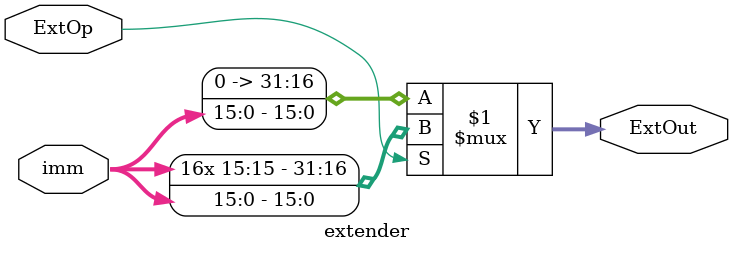
<source format=v>
`timescale 1ns / 1ns
module extender(
    input ExtOp,
    input [15:0] imm,
    output [31:0] ExtOut
    );

    assign ExtOut = ExtOp? {{16{imm[15]}},imm} : 
	                        {16'b0,imm};

endmodule
</source>
